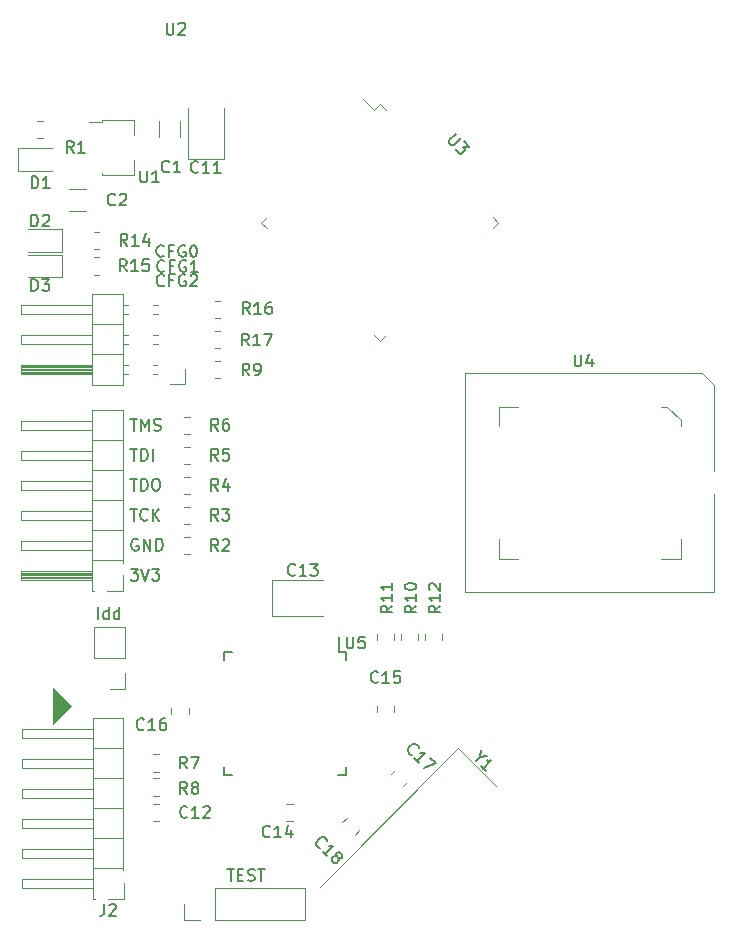
<source format=gbr>
%TF.GenerationSoftware,KiCad,Pcbnew,5.1.10-6.fc33*%
%TF.CreationDate,2021-09-12T19:05:31+02:00*%
%TF.ProjectId,xecar524,78656361-7235-4323-942e-6b696361645f,rev?*%
%TF.SameCoordinates,Original*%
%TF.FileFunction,Legend,Top*%
%TF.FilePolarity,Positive*%
%FSLAX46Y46*%
G04 Gerber Fmt 4.6, Leading zero omitted, Abs format (unit mm)*
G04 Created by KiCad (PCBNEW 5.1.10-6.fc33) date 2021-09-12 19:05:31*
%MOMM*%
%LPD*%
G01*
G04 APERTURE LIST*
%ADD10C,0.150000*%
%ADD11C,0.100000*%
%ADD12C,0.120000*%
G04 APERTURE END LIST*
D10*
X131746761Y-78652642D02*
X131699142Y-78700261D01*
X131556285Y-78747880D01*
X131461047Y-78747880D01*
X131318190Y-78700261D01*
X131222952Y-78605023D01*
X131175333Y-78509785D01*
X131127714Y-78319309D01*
X131127714Y-78176452D01*
X131175333Y-77985976D01*
X131222952Y-77890738D01*
X131318190Y-77795500D01*
X131461047Y-77747880D01*
X131556285Y-77747880D01*
X131699142Y-77795500D01*
X131746761Y-77843119D01*
X132508666Y-78224071D02*
X132175333Y-78224071D01*
X132175333Y-78747880D02*
X132175333Y-77747880D01*
X132651523Y-77747880D01*
X133556285Y-77795500D02*
X133461047Y-77747880D01*
X133318190Y-77747880D01*
X133175333Y-77795500D01*
X133080095Y-77890738D01*
X133032476Y-77985976D01*
X132984857Y-78176452D01*
X132984857Y-78319309D01*
X133032476Y-78509785D01*
X133080095Y-78605023D01*
X133175333Y-78700261D01*
X133318190Y-78747880D01*
X133413428Y-78747880D01*
X133556285Y-78700261D01*
X133603904Y-78652642D01*
X133603904Y-78319309D01*
X133413428Y-78319309D01*
X133984857Y-77843119D02*
X134032476Y-77795500D01*
X134127714Y-77747880D01*
X134365809Y-77747880D01*
X134461047Y-77795500D01*
X134508666Y-77843119D01*
X134556285Y-77938357D01*
X134556285Y-78033595D01*
X134508666Y-78176452D01*
X133937238Y-78747880D01*
X134556285Y-78747880D01*
X137088761Y-128103380D02*
X137660190Y-128103380D01*
X137374476Y-129103380D02*
X137374476Y-128103380D01*
X137993523Y-128579571D02*
X138326857Y-128579571D01*
X138469714Y-129103380D02*
X137993523Y-129103380D01*
X137993523Y-128103380D01*
X138469714Y-128103380D01*
X138850666Y-129055761D02*
X138993523Y-129103380D01*
X139231619Y-129103380D01*
X139326857Y-129055761D01*
X139374476Y-129008142D01*
X139422095Y-128912904D01*
X139422095Y-128817666D01*
X139374476Y-128722428D01*
X139326857Y-128674809D01*
X139231619Y-128627190D01*
X139041142Y-128579571D01*
X138945904Y-128531952D01*
X138898285Y-128484333D01*
X138850666Y-128389095D01*
X138850666Y-128293857D01*
X138898285Y-128198619D01*
X138945904Y-128151000D01*
X139041142Y-128103380D01*
X139279238Y-128103380D01*
X139422095Y-128151000D01*
X139707809Y-128103380D02*
X140279238Y-128103380D01*
X139993523Y-129103380D02*
X139993523Y-128103380D01*
X126158738Y-106941880D02*
X126158738Y-105941880D01*
X127063500Y-106941880D02*
X127063500Y-105941880D01*
X127063500Y-106894261D02*
X126968261Y-106941880D01*
X126777785Y-106941880D01*
X126682547Y-106894261D01*
X126634928Y-106846642D01*
X126587309Y-106751404D01*
X126587309Y-106465690D01*
X126634928Y-106370452D01*
X126682547Y-106322833D01*
X126777785Y-106275214D01*
X126968261Y-106275214D01*
X127063500Y-106322833D01*
X127968261Y-106941880D02*
X127968261Y-105941880D01*
X127968261Y-106894261D02*
X127873023Y-106941880D01*
X127682547Y-106941880D01*
X127587309Y-106894261D01*
X127539690Y-106846642D01*
X127492071Y-106751404D01*
X127492071Y-106465690D01*
X127539690Y-106370452D01*
X127587309Y-106322833D01*
X127682547Y-106275214D01*
X127873023Y-106275214D01*
X127968261Y-106322833D01*
D11*
G36*
X123825000Y-114300000D02*
G01*
X122325000Y-115800000D01*
X122325000Y-112800000D01*
X123825000Y-114300000D01*
G37*
X123825000Y-114300000D02*
X122325000Y-115800000D01*
X122325000Y-112800000D01*
X123825000Y-114300000D01*
D10*
X131780523Y-77446142D02*
X131732904Y-77493761D01*
X131590047Y-77541380D01*
X131494809Y-77541380D01*
X131351952Y-77493761D01*
X131256714Y-77398523D01*
X131209095Y-77303285D01*
X131161476Y-77112809D01*
X131161476Y-76969952D01*
X131209095Y-76779476D01*
X131256714Y-76684238D01*
X131351952Y-76589000D01*
X131494809Y-76541380D01*
X131590047Y-76541380D01*
X131732904Y-76589000D01*
X131780523Y-76636619D01*
X132542428Y-77017571D02*
X132209095Y-77017571D01*
X132209095Y-77541380D02*
X132209095Y-76541380D01*
X132685285Y-76541380D01*
X133590047Y-76589000D02*
X133494809Y-76541380D01*
X133351952Y-76541380D01*
X133209095Y-76589000D01*
X133113857Y-76684238D01*
X133066238Y-76779476D01*
X133018619Y-76969952D01*
X133018619Y-77112809D01*
X133066238Y-77303285D01*
X133113857Y-77398523D01*
X133209095Y-77493761D01*
X133351952Y-77541380D01*
X133447190Y-77541380D01*
X133590047Y-77493761D01*
X133637666Y-77446142D01*
X133637666Y-77112809D01*
X133447190Y-77112809D01*
X134590047Y-77541380D02*
X134018619Y-77541380D01*
X134304333Y-77541380D02*
X134304333Y-76541380D01*
X134209095Y-76684238D01*
X134113857Y-76779476D01*
X134018619Y-76827095D01*
X131717023Y-76176142D02*
X131669404Y-76223761D01*
X131526547Y-76271380D01*
X131431309Y-76271380D01*
X131288452Y-76223761D01*
X131193214Y-76128523D01*
X131145595Y-76033285D01*
X131097976Y-75842809D01*
X131097976Y-75699952D01*
X131145595Y-75509476D01*
X131193214Y-75414238D01*
X131288452Y-75319000D01*
X131431309Y-75271380D01*
X131526547Y-75271380D01*
X131669404Y-75319000D01*
X131717023Y-75366619D01*
X132478928Y-75747571D02*
X132145595Y-75747571D01*
X132145595Y-76271380D02*
X132145595Y-75271380D01*
X132621785Y-75271380D01*
X133526547Y-75319000D02*
X133431309Y-75271380D01*
X133288452Y-75271380D01*
X133145595Y-75319000D01*
X133050357Y-75414238D01*
X133002738Y-75509476D01*
X132955119Y-75699952D01*
X132955119Y-75842809D01*
X133002738Y-76033285D01*
X133050357Y-76128523D01*
X133145595Y-76223761D01*
X133288452Y-76271380D01*
X133383690Y-76271380D01*
X133526547Y-76223761D01*
X133574166Y-76176142D01*
X133574166Y-75842809D01*
X133383690Y-75842809D01*
X134193214Y-75271380D02*
X134288452Y-75271380D01*
X134383690Y-75319000D01*
X134431309Y-75366619D01*
X134478928Y-75461857D01*
X134526547Y-75652333D01*
X134526547Y-75890428D01*
X134478928Y-76080904D01*
X134431309Y-76176142D01*
X134383690Y-76223761D01*
X134288452Y-76271380D01*
X134193214Y-76271380D01*
X134097976Y-76223761D01*
X134050357Y-76176142D01*
X134002738Y-76080904D01*
X133955119Y-75890428D01*
X133955119Y-75652333D01*
X134002738Y-75461857D01*
X134050357Y-75366619D01*
X134097976Y-75319000D01*
X134193214Y-75271380D01*
X128879238Y-89982380D02*
X129450666Y-89982380D01*
X129164952Y-90982380D02*
X129164952Y-89982380D01*
X129784000Y-90982380D02*
X129784000Y-89982380D01*
X130117333Y-90696666D01*
X130450666Y-89982380D01*
X130450666Y-90982380D01*
X130879238Y-90934761D02*
X131022095Y-90982380D01*
X131260190Y-90982380D01*
X131355428Y-90934761D01*
X131403047Y-90887142D01*
X131450666Y-90791904D01*
X131450666Y-90696666D01*
X131403047Y-90601428D01*
X131355428Y-90553809D01*
X131260190Y-90506190D01*
X131069714Y-90458571D01*
X130974476Y-90410952D01*
X130926857Y-90363333D01*
X130879238Y-90268095D01*
X130879238Y-90172857D01*
X130926857Y-90077619D01*
X130974476Y-90030000D01*
X131069714Y-89982380D01*
X131307809Y-89982380D01*
X131450666Y-90030000D01*
X128879238Y-92512380D02*
X129450666Y-92512380D01*
X129164952Y-93512380D02*
X129164952Y-92512380D01*
X129784000Y-93512380D02*
X129784000Y-92512380D01*
X130022095Y-92512380D01*
X130164952Y-92560000D01*
X130260190Y-92655238D01*
X130307809Y-92750476D01*
X130355428Y-92940952D01*
X130355428Y-93083809D01*
X130307809Y-93274285D01*
X130260190Y-93369523D01*
X130164952Y-93464761D01*
X130022095Y-93512380D01*
X129784000Y-93512380D01*
X130784000Y-93512380D02*
X130784000Y-92512380D01*
X128879238Y-95052380D02*
X129450666Y-95052380D01*
X129164952Y-96052380D02*
X129164952Y-95052380D01*
X129784000Y-96052380D02*
X129784000Y-95052380D01*
X130022095Y-95052380D01*
X130164952Y-95100000D01*
X130260190Y-95195238D01*
X130307809Y-95290476D01*
X130355428Y-95480952D01*
X130355428Y-95623809D01*
X130307809Y-95814285D01*
X130260190Y-95909523D01*
X130164952Y-96004761D01*
X130022095Y-96052380D01*
X129784000Y-96052380D01*
X130974476Y-95052380D02*
X131164952Y-95052380D01*
X131260190Y-95100000D01*
X131355428Y-95195238D01*
X131403047Y-95385714D01*
X131403047Y-95719047D01*
X131355428Y-95909523D01*
X131260190Y-96004761D01*
X131164952Y-96052380D01*
X130974476Y-96052380D01*
X130879238Y-96004761D01*
X130784000Y-95909523D01*
X130736380Y-95719047D01*
X130736380Y-95385714D01*
X130784000Y-95195238D01*
X130879238Y-95100000D01*
X130974476Y-95052380D01*
X128879238Y-97592380D02*
X129450666Y-97592380D01*
X129164952Y-98592380D02*
X129164952Y-97592380D01*
X130355428Y-98497142D02*
X130307809Y-98544761D01*
X130164952Y-98592380D01*
X130069714Y-98592380D01*
X129926857Y-98544761D01*
X129831619Y-98449523D01*
X129784000Y-98354285D01*
X129736380Y-98163809D01*
X129736380Y-98020952D01*
X129784000Y-97830476D01*
X129831619Y-97735238D01*
X129926857Y-97640000D01*
X130069714Y-97592380D01*
X130164952Y-97592380D01*
X130307809Y-97640000D01*
X130355428Y-97687619D01*
X130784000Y-98592380D02*
X130784000Y-97592380D01*
X131355428Y-98592380D02*
X130926857Y-98020952D01*
X131355428Y-97592380D02*
X130784000Y-98163809D01*
X129545904Y-100180000D02*
X129450666Y-100132380D01*
X129307809Y-100132380D01*
X129164952Y-100180000D01*
X129069714Y-100275238D01*
X129022095Y-100370476D01*
X128974476Y-100560952D01*
X128974476Y-100703809D01*
X129022095Y-100894285D01*
X129069714Y-100989523D01*
X129164952Y-101084761D01*
X129307809Y-101132380D01*
X129403047Y-101132380D01*
X129545904Y-101084761D01*
X129593523Y-101037142D01*
X129593523Y-100703809D01*
X129403047Y-100703809D01*
X130022095Y-101132380D02*
X130022095Y-100132380D01*
X130593523Y-101132380D01*
X130593523Y-100132380D01*
X131069714Y-101132380D02*
X131069714Y-100132380D01*
X131307809Y-100132380D01*
X131450666Y-100180000D01*
X131545904Y-100275238D01*
X131593523Y-100370476D01*
X131641142Y-100560952D01*
X131641142Y-100703809D01*
X131593523Y-100894285D01*
X131545904Y-100989523D01*
X131450666Y-101084761D01*
X131307809Y-101132380D01*
X131069714Y-101132380D01*
X128926857Y-102672380D02*
X129545904Y-102672380D01*
X129212571Y-103053333D01*
X129355428Y-103053333D01*
X129450666Y-103100952D01*
X129498285Y-103148571D01*
X129545904Y-103243809D01*
X129545904Y-103481904D01*
X129498285Y-103577142D01*
X129450666Y-103624761D01*
X129355428Y-103672380D01*
X129069714Y-103672380D01*
X128974476Y-103624761D01*
X128926857Y-103577142D01*
X129831619Y-102672380D02*
X130164952Y-103672380D01*
X130498285Y-102672380D01*
X130736380Y-102672380D02*
X131355428Y-102672380D01*
X131022095Y-103053333D01*
X131164952Y-103053333D01*
X131260190Y-103100952D01*
X131307809Y-103148571D01*
X131355428Y-103243809D01*
X131355428Y-103481904D01*
X131307809Y-103577142D01*
X131260190Y-103624761D01*
X131164952Y-103672380D01*
X130879238Y-103672380D01*
X130784000Y-103624761D01*
X130736380Y-103577142D01*
D12*
%TO.C,R12*%
X153824000Y-108214936D02*
X153824000Y-108669064D01*
X155294000Y-108214936D02*
X155294000Y-108669064D01*
%TO.C,R11*%
X149760000Y-108214936D02*
X149760000Y-108669064D01*
X151230000Y-108214936D02*
X151230000Y-108669064D01*
%TO.C,R10*%
X151792000Y-108214936D02*
X151792000Y-108669064D01*
X153262000Y-108214936D02*
X153262000Y-108669064D01*
%TO.C,J4*%
X133417000Y-132394000D02*
X133417000Y-131064000D01*
X134747000Y-132394000D02*
X133417000Y-132394000D01*
X136017000Y-132394000D02*
X136017000Y-129734000D01*
X136017000Y-129734000D02*
X143697000Y-129734000D01*
X136017000Y-132394000D02*
X143697000Y-132394000D01*
X143697000Y-132394000D02*
X143697000Y-129734000D01*
D10*
%TO.C,U5*%
X146586000Y-109760000D02*
X146586000Y-108485000D01*
X147161000Y-120110000D02*
X147161000Y-119435000D01*
X136811000Y-120110000D02*
X136811000Y-119435000D01*
X136811000Y-109760000D02*
X136811000Y-110435000D01*
X147161000Y-109760000D02*
X147161000Y-110435000D01*
X136811000Y-109760000D02*
X137486000Y-109760000D01*
X136811000Y-120110000D02*
X137486000Y-120110000D01*
X147161000Y-120110000D02*
X146486000Y-120110000D01*
X147161000Y-109760000D02*
X146586000Y-109760000D01*
D12*
%TO.C,R9*%
X136027936Y-86523500D02*
X136482064Y-86523500D01*
X136027936Y-85053500D02*
X136482064Y-85053500D01*
%TO.C,J3*%
X133540500Y-87058500D02*
X132270500Y-87058500D01*
X133540500Y-85788500D02*
X133540500Y-87058500D01*
X131227571Y-80328500D02*
X130773429Y-80328500D01*
X131227571Y-81088500D02*
X130773429Y-81088500D01*
X128687571Y-80328500D02*
X128290500Y-80328500D01*
X128687571Y-81088500D02*
X128290500Y-81088500D01*
X119630500Y-80328500D02*
X125630500Y-80328500D01*
X119630500Y-81088500D02*
X119630500Y-80328500D01*
X125630500Y-81088500D02*
X119630500Y-81088500D01*
X128290500Y-81978500D02*
X125630500Y-81978500D01*
X131227571Y-82868500D02*
X130773429Y-82868500D01*
X131227571Y-83628500D02*
X130773429Y-83628500D01*
X128687571Y-82868500D02*
X128290500Y-82868500D01*
X128687571Y-83628500D02*
X128290500Y-83628500D01*
X119630500Y-82868500D02*
X125630500Y-82868500D01*
X119630500Y-83628500D02*
X119630500Y-82868500D01*
X125630500Y-83628500D02*
X119630500Y-83628500D01*
X128290500Y-84518500D02*
X125630500Y-84518500D01*
X131160500Y-85408500D02*
X130773429Y-85408500D01*
X131160500Y-86168500D02*
X130773429Y-86168500D01*
X128687571Y-85408500D02*
X128290500Y-85408500D01*
X128687571Y-86168500D02*
X128290500Y-86168500D01*
X125630500Y-85508500D02*
X119630500Y-85508500D01*
X125630500Y-85628500D02*
X119630500Y-85628500D01*
X125630500Y-85748500D02*
X119630500Y-85748500D01*
X125630500Y-85868500D02*
X119630500Y-85868500D01*
X125630500Y-85988500D02*
X119630500Y-85988500D01*
X125630500Y-86108500D02*
X119630500Y-86108500D01*
X119630500Y-85408500D02*
X125630500Y-85408500D01*
X119630500Y-86168500D02*
X119630500Y-85408500D01*
X125630500Y-86168500D02*
X119630500Y-86168500D01*
X125630500Y-87118500D02*
X128290500Y-87118500D01*
X125630500Y-79378500D02*
X125630500Y-87118500D01*
X128290500Y-79378500D02*
X125630500Y-79378500D01*
X128290500Y-87118500D02*
X128290500Y-79378500D01*
%TO.C,JP1*%
X128457000Y-112836000D02*
X127127000Y-112836000D01*
X128457000Y-111506000D02*
X128457000Y-112836000D01*
X128457000Y-110236000D02*
X125797000Y-110236000D01*
X125797000Y-110236000D02*
X125797000Y-107636000D01*
X128457000Y-110236000D02*
X128457000Y-107636000D01*
X128457000Y-107636000D02*
X125797000Y-107636000D01*
%TO.C,J2*%
X125690000Y-116206000D02*
X119690000Y-116206000D01*
X125690000Y-116966000D02*
X119690000Y-116966000D01*
X119690000Y-116966000D02*
X119690000Y-116206000D01*
X128310000Y-115276000D02*
X125690000Y-115276000D01*
X125690000Y-117856000D02*
X125690000Y-115276000D01*
X128310000Y-117856000D02*
X128310000Y-115276000D01*
X125690000Y-118746000D02*
X119690000Y-118746000D01*
X125690000Y-119506000D02*
X119690000Y-119506000D01*
X119690000Y-119506000D02*
X119690000Y-118746000D01*
X128310000Y-117856000D02*
X125690000Y-117856000D01*
X125690000Y-120396000D02*
X125690000Y-117856000D01*
X128310000Y-120396000D02*
X128310000Y-117856000D01*
X125690000Y-121286000D02*
X119690000Y-121286000D01*
X125690000Y-122046000D02*
X119690000Y-122046000D01*
X119690000Y-122046000D02*
X119690000Y-121286000D01*
X128310000Y-120396000D02*
X125690000Y-120396000D01*
X125690000Y-122936000D02*
X125690000Y-120396000D01*
X128310000Y-122936000D02*
X128310000Y-120396000D01*
X125690000Y-123826000D02*
X119690000Y-123826000D01*
X125690000Y-124586000D02*
X119690000Y-124586000D01*
X119690000Y-124586000D02*
X119690000Y-123826000D01*
X128310000Y-122936000D02*
X125690000Y-122936000D01*
X125690000Y-125476000D02*
X125690000Y-122936000D01*
X128310000Y-125476000D02*
X128310000Y-122936000D01*
X125690000Y-126366000D02*
X119690000Y-126366000D01*
X125690000Y-127126000D02*
X119690000Y-127126000D01*
X119690000Y-127126000D02*
X119690000Y-126366000D01*
X128310000Y-125476000D02*
X125690000Y-125476000D01*
X125690000Y-128016000D02*
X125690000Y-125476000D01*
X128310000Y-128016000D02*
X128310000Y-125476000D01*
X125690000Y-128946000D02*
X119690000Y-128946000D01*
X125690000Y-128906000D02*
X119690000Y-128906000D01*
X125690000Y-129666000D02*
X119690000Y-129666000D01*
X119690000Y-129666000D02*
X119690000Y-128906000D01*
X128310000Y-128016000D02*
X125690000Y-128016000D01*
X128370000Y-130656000D02*
X127000000Y-130656000D01*
X125890000Y-130596000D02*
X125690000Y-130596000D01*
X125690000Y-130596000D02*
X125690000Y-128016000D01*
X128370000Y-130656000D02*
X128370000Y-129286000D01*
X128310000Y-128016000D02*
X128310000Y-128216000D01*
%TO.C,U4*%
X178285000Y-94377000D02*
X178285000Y-87137000D01*
X178285000Y-87137000D02*
X177285000Y-86137000D01*
X177285000Y-86137000D02*
X157265000Y-86137000D01*
X157265000Y-86137000D02*
X157265000Y-104617000D01*
X157265000Y-104617000D02*
X178285000Y-104617000D01*
X178285000Y-104617000D02*
X178285000Y-96377000D01*
D11*
X175480000Y-90592000D02*
X175480000Y-90092000D01*
X175480000Y-90092000D02*
X174330000Y-88942000D01*
X174330000Y-88942000D02*
X173830000Y-88942000D01*
X175480000Y-100162000D02*
X175480000Y-101812000D01*
X175480000Y-101812000D02*
X173830000Y-101812000D01*
X160070000Y-90592000D02*
X160070000Y-88942000D01*
X160070000Y-88942000D02*
X161720000Y-88942000D01*
X160070000Y-100162000D02*
X160070000Y-101812000D01*
X160070000Y-101812000D02*
X161720000Y-101812000D01*
D12*
%TO.C,Y1*%
X156662440Y-117873467D02*
X144924467Y-129611440D01*
X159875533Y-121086560D02*
X156662440Y-117873467D01*
%TO.C,R8*%
X130820936Y-120423000D02*
X131275064Y-120423000D01*
X130820936Y-121893000D02*
X131275064Y-121893000D01*
%TO.C,R7*%
X130820936Y-118391000D02*
X131275064Y-118391000D01*
X130820936Y-119861000D02*
X131275064Y-119861000D01*
%TO.C,C18*%
X146841166Y-124153387D02*
X147210633Y-123783920D01*
X147880613Y-125192834D02*
X148250080Y-124823367D01*
%TO.C,C17*%
X152342457Y-120730990D02*
X151972990Y-121100457D01*
X151303010Y-119691543D02*
X150933543Y-120061010D01*
%TO.C,C16*%
X132361000Y-114942252D02*
X132361000Y-114419748D01*
X133831000Y-114942252D02*
X133831000Y-114419748D01*
%TO.C,C15*%
X151230000Y-114292748D02*
X151230000Y-114815252D01*
X149760000Y-114292748D02*
X149760000Y-114815252D01*
%TO.C,C14*%
X142105748Y-122582000D02*
X142628252Y-122582000D01*
X142105748Y-124052000D02*
X142628252Y-124052000D01*
%TO.C,C13*%
X145234000Y-103646000D02*
X140849000Y-103646000D01*
X140849000Y-103646000D02*
X140849000Y-106666000D01*
X140849000Y-106666000D02*
X145234000Y-106666000D01*
%TO.C,C12*%
X131309252Y-124052000D02*
X130786748Y-124052000D01*
X131309252Y-122582000D02*
X130786748Y-122582000D01*
%TO.C,R17*%
X136027936Y-82513500D02*
X136482064Y-82513500D01*
X136027936Y-83983500D02*
X136482064Y-83983500D01*
%TO.C,R16*%
X136482064Y-81443500D02*
X136027936Y-81443500D01*
X136482064Y-79973500D02*
X136027936Y-79973500D01*
%TO.C,R15*%
X126227064Y-76308000D02*
X125772936Y-76308000D01*
X126227064Y-77778000D02*
X125772936Y-77778000D01*
%TO.C,R14*%
X126227064Y-74149000D02*
X125772936Y-74149000D01*
X126227064Y-75619000D02*
X125772936Y-75619000D01*
%TO.C,D3*%
X123110000Y-76083000D02*
X120250000Y-76083000D01*
X123110000Y-78003000D02*
X123110000Y-76083000D01*
X120250000Y-78003000D02*
X123110000Y-78003000D01*
%TO.C,D2*%
X123110000Y-73924000D02*
X120250000Y-73924000D01*
X123110000Y-75844000D02*
X123110000Y-73924000D01*
X120250000Y-75844000D02*
X123110000Y-75844000D01*
%TO.C,C11*%
X136778000Y-68020000D02*
X136778000Y-63635000D01*
X133758000Y-68020000D02*
X136778000Y-68020000D01*
X133758000Y-63635000D02*
X133758000Y-68020000D01*
%TO.C,R6*%
X133913564Y-91255000D02*
X133459436Y-91255000D01*
X133913564Y-89785000D02*
X133459436Y-89785000D01*
%TO.C,R5*%
X133913564Y-93795000D02*
X133459436Y-93795000D01*
X133913564Y-92325000D02*
X133459436Y-92325000D01*
%TO.C,R4*%
X133913564Y-96335000D02*
X133459436Y-96335000D01*
X133913564Y-94865000D02*
X133459436Y-94865000D01*
%TO.C,R3*%
X133913564Y-98875000D02*
X133459436Y-98875000D01*
X133913564Y-97405000D02*
X133459436Y-97405000D01*
%TO.C,R2*%
X133913564Y-101446000D02*
X133459436Y-101446000D01*
X133913564Y-99976000D02*
X133459436Y-99976000D01*
%TO.C,J1*%
X125626500Y-90140000D02*
X119626500Y-90140000D01*
X125626500Y-90900000D02*
X119626500Y-90900000D01*
X119626500Y-90900000D02*
X119626500Y-90140000D01*
X128246500Y-89210000D02*
X125626500Y-89210000D01*
X125626500Y-91790000D02*
X125626500Y-89210000D01*
X128246500Y-91790000D02*
X128246500Y-89210000D01*
X125626500Y-92680000D02*
X119626500Y-92680000D01*
X125626500Y-93440000D02*
X119626500Y-93440000D01*
X119626500Y-93440000D02*
X119626500Y-92680000D01*
X128246500Y-91790000D02*
X125626500Y-91790000D01*
X125626500Y-94330000D02*
X125626500Y-91790000D01*
X128246500Y-94330000D02*
X128246500Y-91790000D01*
X125626500Y-95220000D02*
X119626500Y-95220000D01*
X125626500Y-95980000D02*
X119626500Y-95980000D01*
X119626500Y-95980000D02*
X119626500Y-95220000D01*
X128246500Y-94330000D02*
X125626500Y-94330000D01*
X125626500Y-96870000D02*
X125626500Y-94330000D01*
X128246500Y-96870000D02*
X128246500Y-94330000D01*
X125626500Y-97760000D02*
X119626500Y-97760000D01*
X125626500Y-98520000D02*
X119626500Y-98520000D01*
X119626500Y-98520000D02*
X119626500Y-97760000D01*
X128246500Y-96870000D02*
X125626500Y-96870000D01*
X125626500Y-99410000D02*
X125626500Y-96870000D01*
X128246500Y-99410000D02*
X128246500Y-96870000D01*
X125626500Y-100300000D02*
X119626500Y-100300000D01*
X125626500Y-101060000D02*
X119626500Y-101060000D01*
X119626500Y-101060000D02*
X119626500Y-100300000D01*
X128246500Y-99410000D02*
X125626500Y-99410000D01*
X125626500Y-101950000D02*
X125626500Y-99410000D01*
X128246500Y-101950000D02*
X128246500Y-99410000D01*
X125626500Y-102880000D02*
X119626500Y-102880000D01*
X125626500Y-103000000D02*
X119626500Y-103000000D01*
X125626500Y-103120000D02*
X119626500Y-103120000D01*
X125626500Y-103240000D02*
X119626500Y-103240000D01*
X125626500Y-103360000D02*
X119626500Y-103360000D01*
X125626500Y-103480000D02*
X119626500Y-103480000D01*
X125626500Y-102840000D02*
X119626500Y-102840000D01*
X125626500Y-103600000D02*
X119626500Y-103600000D01*
X119626500Y-103600000D02*
X119626500Y-102840000D01*
X128246500Y-101950000D02*
X125626500Y-101950000D01*
X128306500Y-104590000D02*
X126936500Y-104590000D01*
X125826500Y-104530000D02*
X125626500Y-104530000D01*
X125626500Y-104530000D02*
X125626500Y-101950000D01*
X128306500Y-104590000D02*
X128306500Y-103220000D01*
X128246500Y-101950000D02*
X128246500Y-102150000D01*
%TO.C,U3*%
X149505025Y-82920084D02*
X150000000Y-83415058D01*
X150000000Y-83415058D02*
X150494975Y-82920084D01*
X140439916Y-73854975D02*
X139944942Y-73360000D01*
X139944942Y-73360000D02*
X140439916Y-72865025D01*
X159560084Y-72865025D02*
X160055058Y-73360000D01*
X160055058Y-73360000D02*
X159560084Y-73854975D01*
X150494975Y-63799916D02*
X150000000Y-63304942D01*
X150000000Y-63304942D02*
X149505025Y-63799916D01*
X149505025Y-63799916D02*
X148592858Y-62887749D01*
%TO.C,C1*%
X131310000Y-66148752D02*
X131310000Y-64726248D01*
X133130000Y-66148752D02*
X133130000Y-64726248D01*
%TO.C,C2*%
X125148752Y-70545000D02*
X123726248Y-70545000D01*
X125148752Y-72365000D02*
X123726248Y-72365000D01*
%TO.C,U1*%
X129222500Y-68050000D02*
X129222500Y-69360000D01*
X129222500Y-69360000D02*
X126502500Y-69360000D01*
X125362500Y-64870000D02*
X126502500Y-64870000D01*
X129222500Y-64640000D02*
X129222500Y-65950000D01*
X126502500Y-64640000D02*
X129222500Y-64640000D01*
X126502500Y-64640000D02*
X126502500Y-64870000D01*
X126502500Y-69360000D02*
X126502500Y-69130000D01*
%TO.C,D1*%
X122250000Y-67040000D02*
X119390000Y-67040000D01*
X119390000Y-67040000D02*
X119390000Y-68960000D01*
X119390000Y-68960000D02*
X122250000Y-68960000D01*
%TO.C,R1*%
X121022936Y-64765000D02*
X121477064Y-64765000D01*
X121022936Y-66235000D02*
X121477064Y-66235000D01*
%TO.C,R12*%
D10*
X155138380Y-105798857D02*
X154662190Y-106132190D01*
X155138380Y-106370285D02*
X154138380Y-106370285D01*
X154138380Y-105989333D01*
X154186000Y-105894095D01*
X154233619Y-105846476D01*
X154328857Y-105798857D01*
X154471714Y-105798857D01*
X154566952Y-105846476D01*
X154614571Y-105894095D01*
X154662190Y-105989333D01*
X154662190Y-106370285D01*
X155138380Y-104846476D02*
X155138380Y-105417904D01*
X155138380Y-105132190D02*
X154138380Y-105132190D01*
X154281238Y-105227428D01*
X154376476Y-105322666D01*
X154424095Y-105417904D01*
X154233619Y-104465523D02*
X154186000Y-104417904D01*
X154138380Y-104322666D01*
X154138380Y-104084571D01*
X154186000Y-103989333D01*
X154233619Y-103941714D01*
X154328857Y-103894095D01*
X154424095Y-103894095D01*
X154566952Y-103941714D01*
X155138380Y-104513142D01*
X155138380Y-103894095D01*
%TO.C,R11*%
X151074380Y-105798857D02*
X150598190Y-106132190D01*
X151074380Y-106370285D02*
X150074380Y-106370285D01*
X150074380Y-105989333D01*
X150122000Y-105894095D01*
X150169619Y-105846476D01*
X150264857Y-105798857D01*
X150407714Y-105798857D01*
X150502952Y-105846476D01*
X150550571Y-105894095D01*
X150598190Y-105989333D01*
X150598190Y-106370285D01*
X151074380Y-104846476D02*
X151074380Y-105417904D01*
X151074380Y-105132190D02*
X150074380Y-105132190D01*
X150217238Y-105227428D01*
X150312476Y-105322666D01*
X150360095Y-105417904D01*
X151074380Y-103894095D02*
X151074380Y-104465523D01*
X151074380Y-104179809D02*
X150074380Y-104179809D01*
X150217238Y-104275047D01*
X150312476Y-104370285D01*
X150360095Y-104465523D01*
%TO.C,R10*%
X153106380Y-105798857D02*
X152630190Y-106132190D01*
X153106380Y-106370285D02*
X152106380Y-106370285D01*
X152106380Y-105989333D01*
X152154000Y-105894095D01*
X152201619Y-105846476D01*
X152296857Y-105798857D01*
X152439714Y-105798857D01*
X152534952Y-105846476D01*
X152582571Y-105894095D01*
X152630190Y-105989333D01*
X152630190Y-106370285D01*
X153106380Y-104846476D02*
X153106380Y-105417904D01*
X153106380Y-105132190D02*
X152106380Y-105132190D01*
X152249238Y-105227428D01*
X152344476Y-105322666D01*
X152392095Y-105417904D01*
X152106380Y-104227428D02*
X152106380Y-104132190D01*
X152154000Y-104036952D01*
X152201619Y-103989333D01*
X152296857Y-103941714D01*
X152487333Y-103894095D01*
X152725428Y-103894095D01*
X152915904Y-103941714D01*
X153011142Y-103989333D01*
X153058761Y-104036952D01*
X153106380Y-104132190D01*
X153106380Y-104227428D01*
X153058761Y-104322666D01*
X153011142Y-104370285D01*
X152915904Y-104417904D01*
X152725428Y-104465523D01*
X152487333Y-104465523D01*
X152296857Y-104417904D01*
X152201619Y-104370285D01*
X152154000Y-104322666D01*
X152106380Y-104227428D01*
%TO.C,U5*%
X147193095Y-108418380D02*
X147193095Y-109227904D01*
X147240714Y-109323142D01*
X147288333Y-109370761D01*
X147383571Y-109418380D01*
X147574047Y-109418380D01*
X147669285Y-109370761D01*
X147716904Y-109323142D01*
X147764523Y-109227904D01*
X147764523Y-108418380D01*
X148716904Y-108418380D02*
X148240714Y-108418380D01*
X148193095Y-108894571D01*
X148240714Y-108846952D01*
X148335952Y-108799333D01*
X148574047Y-108799333D01*
X148669285Y-108846952D01*
X148716904Y-108894571D01*
X148764523Y-108989809D01*
X148764523Y-109227904D01*
X148716904Y-109323142D01*
X148669285Y-109370761D01*
X148574047Y-109418380D01*
X148335952Y-109418380D01*
X148240714Y-109370761D01*
X148193095Y-109323142D01*
%TO.C,R9*%
X138961833Y-86304380D02*
X138628500Y-85828190D01*
X138390404Y-86304380D02*
X138390404Y-85304380D01*
X138771357Y-85304380D01*
X138866595Y-85352000D01*
X138914214Y-85399619D01*
X138961833Y-85494857D01*
X138961833Y-85637714D01*
X138914214Y-85732952D01*
X138866595Y-85780571D01*
X138771357Y-85828190D01*
X138390404Y-85828190D01*
X139438023Y-86304380D02*
X139628500Y-86304380D01*
X139723738Y-86256761D01*
X139771357Y-86209142D01*
X139866595Y-86066285D01*
X139914214Y-85875809D01*
X139914214Y-85494857D01*
X139866595Y-85399619D01*
X139818976Y-85352000D01*
X139723738Y-85304380D01*
X139533261Y-85304380D01*
X139438023Y-85352000D01*
X139390404Y-85399619D01*
X139342785Y-85494857D01*
X139342785Y-85732952D01*
X139390404Y-85828190D01*
X139438023Y-85875809D01*
X139533261Y-85923428D01*
X139723738Y-85923428D01*
X139818976Y-85875809D01*
X139866595Y-85828190D01*
X139914214Y-85732952D01*
%TO.C,J2*%
X126666666Y-131068380D02*
X126666666Y-131782666D01*
X126619047Y-131925523D01*
X126523809Y-132020761D01*
X126380952Y-132068380D01*
X126285714Y-132068380D01*
X127095238Y-131163619D02*
X127142857Y-131116000D01*
X127238095Y-131068380D01*
X127476190Y-131068380D01*
X127571428Y-131116000D01*
X127619047Y-131163619D01*
X127666666Y-131258857D01*
X127666666Y-131354095D01*
X127619047Y-131496952D01*
X127047619Y-132068380D01*
X127666666Y-132068380D01*
%TO.C,U4*%
X166505095Y-84542380D02*
X166505095Y-85351904D01*
X166552714Y-85447142D01*
X166600333Y-85494761D01*
X166695571Y-85542380D01*
X166886047Y-85542380D01*
X166981285Y-85494761D01*
X167028904Y-85447142D01*
X167076523Y-85351904D01*
X167076523Y-84542380D01*
X167981285Y-84875714D02*
X167981285Y-85542380D01*
X167743190Y-84494761D02*
X167505095Y-85209047D01*
X168124142Y-85209047D01*
%TO.C,Y1*%
X158456100Y-118619464D02*
X158119382Y-118956182D01*
X158590787Y-118013373D02*
X158456100Y-118619464D01*
X159062191Y-118484777D01*
X158961176Y-119797975D02*
X158557115Y-119393914D01*
X158759146Y-119595945D02*
X159466252Y-118888838D01*
X159297894Y-118922510D01*
X159163207Y-118922510D01*
X159062191Y-118888838D01*
%TO.C,R8*%
X133691333Y-121737380D02*
X133358000Y-121261190D01*
X133119904Y-121737380D02*
X133119904Y-120737380D01*
X133500857Y-120737380D01*
X133596095Y-120785000D01*
X133643714Y-120832619D01*
X133691333Y-120927857D01*
X133691333Y-121070714D01*
X133643714Y-121165952D01*
X133596095Y-121213571D01*
X133500857Y-121261190D01*
X133119904Y-121261190D01*
X134262761Y-121165952D02*
X134167523Y-121118333D01*
X134119904Y-121070714D01*
X134072285Y-120975476D01*
X134072285Y-120927857D01*
X134119904Y-120832619D01*
X134167523Y-120785000D01*
X134262761Y-120737380D01*
X134453238Y-120737380D01*
X134548476Y-120785000D01*
X134596095Y-120832619D01*
X134643714Y-120927857D01*
X134643714Y-120975476D01*
X134596095Y-121070714D01*
X134548476Y-121118333D01*
X134453238Y-121165952D01*
X134262761Y-121165952D01*
X134167523Y-121213571D01*
X134119904Y-121261190D01*
X134072285Y-121356428D01*
X134072285Y-121546904D01*
X134119904Y-121642142D01*
X134167523Y-121689761D01*
X134262761Y-121737380D01*
X134453238Y-121737380D01*
X134548476Y-121689761D01*
X134596095Y-121642142D01*
X134643714Y-121546904D01*
X134643714Y-121356428D01*
X134596095Y-121261190D01*
X134548476Y-121213571D01*
X134453238Y-121165952D01*
%TO.C,R7*%
X133691333Y-119578380D02*
X133358000Y-119102190D01*
X133119904Y-119578380D02*
X133119904Y-118578380D01*
X133500857Y-118578380D01*
X133596095Y-118626000D01*
X133643714Y-118673619D01*
X133691333Y-118768857D01*
X133691333Y-118911714D01*
X133643714Y-119006952D01*
X133596095Y-119054571D01*
X133500857Y-119102190D01*
X133119904Y-119102190D01*
X134024666Y-118578380D02*
X134691333Y-118578380D01*
X134262761Y-119578380D01*
%TO.C,C18*%
X144961893Y-126289969D02*
X144894549Y-126289969D01*
X144759862Y-126222625D01*
X144692519Y-126155282D01*
X144625175Y-126020595D01*
X144625175Y-125885908D01*
X144658847Y-125784893D01*
X144759862Y-125616534D01*
X144860877Y-125515519D01*
X145029236Y-125414503D01*
X145130251Y-125380832D01*
X145264938Y-125380832D01*
X145399625Y-125448175D01*
X145466969Y-125515519D01*
X145534312Y-125650206D01*
X145534312Y-125717549D01*
X145567984Y-127030748D02*
X145163923Y-126626687D01*
X145365954Y-126828717D02*
X146073061Y-126121610D01*
X145904702Y-126155282D01*
X145770015Y-126155282D01*
X145669000Y-126121610D01*
X146376106Y-127030748D02*
X146342435Y-126929732D01*
X146342435Y-126862389D01*
X146376106Y-126761374D01*
X146409778Y-126727702D01*
X146510793Y-126694030D01*
X146578137Y-126694030D01*
X146679152Y-126727702D01*
X146813839Y-126862389D01*
X146847511Y-126963404D01*
X146847511Y-127030748D01*
X146813839Y-127131763D01*
X146780167Y-127165435D01*
X146679152Y-127199106D01*
X146611809Y-127199106D01*
X146510793Y-127165435D01*
X146376106Y-127030748D01*
X146275091Y-126997076D01*
X146207748Y-126997076D01*
X146106732Y-127030748D01*
X145972045Y-127165435D01*
X145938374Y-127266450D01*
X145938374Y-127333793D01*
X145972045Y-127434809D01*
X146106732Y-127569496D01*
X146207748Y-127603167D01*
X146275091Y-127603167D01*
X146376106Y-127569496D01*
X146510793Y-127434809D01*
X146544465Y-127333793D01*
X146544465Y-127266450D01*
X146510793Y-127165435D01*
%TO.C,C17*%
X152726944Y-118397918D02*
X152659600Y-118397918D01*
X152524913Y-118330574D01*
X152457570Y-118263231D01*
X152390226Y-118128544D01*
X152390226Y-117993857D01*
X152423898Y-117892842D01*
X152524913Y-117724483D01*
X152625928Y-117623468D01*
X152794287Y-117522452D01*
X152895302Y-117488781D01*
X153029989Y-117488781D01*
X153164676Y-117556124D01*
X153232020Y-117623468D01*
X153299363Y-117758155D01*
X153299363Y-117825498D01*
X153333035Y-119138697D02*
X152928974Y-118734636D01*
X153131005Y-118936666D02*
X153838112Y-118229559D01*
X153669753Y-118263231D01*
X153535066Y-118263231D01*
X153434051Y-118229559D01*
X154275844Y-118667292D02*
X154747249Y-119138697D01*
X153737096Y-119542758D01*
%TO.C,C16*%
X130040142Y-116244642D02*
X129992523Y-116292261D01*
X129849666Y-116339880D01*
X129754428Y-116339880D01*
X129611571Y-116292261D01*
X129516333Y-116197023D01*
X129468714Y-116101785D01*
X129421095Y-115911309D01*
X129421095Y-115768452D01*
X129468714Y-115577976D01*
X129516333Y-115482738D01*
X129611571Y-115387500D01*
X129754428Y-115339880D01*
X129849666Y-115339880D01*
X129992523Y-115387500D01*
X130040142Y-115435119D01*
X130992523Y-116339880D02*
X130421095Y-116339880D01*
X130706809Y-116339880D02*
X130706809Y-115339880D01*
X130611571Y-115482738D01*
X130516333Y-115577976D01*
X130421095Y-115625595D01*
X131849666Y-115339880D02*
X131659190Y-115339880D01*
X131563952Y-115387500D01*
X131516333Y-115435119D01*
X131421095Y-115577976D01*
X131373476Y-115768452D01*
X131373476Y-116149404D01*
X131421095Y-116244642D01*
X131468714Y-116292261D01*
X131563952Y-116339880D01*
X131754428Y-116339880D01*
X131849666Y-116292261D01*
X131897285Y-116244642D01*
X131944904Y-116149404D01*
X131944904Y-115911309D01*
X131897285Y-115816071D01*
X131849666Y-115768452D01*
X131754428Y-115720833D01*
X131563952Y-115720833D01*
X131468714Y-115768452D01*
X131421095Y-115816071D01*
X131373476Y-115911309D01*
%TO.C,C15*%
X149852142Y-112244142D02*
X149804523Y-112291761D01*
X149661666Y-112339380D01*
X149566428Y-112339380D01*
X149423571Y-112291761D01*
X149328333Y-112196523D01*
X149280714Y-112101285D01*
X149233095Y-111910809D01*
X149233095Y-111767952D01*
X149280714Y-111577476D01*
X149328333Y-111482238D01*
X149423571Y-111387000D01*
X149566428Y-111339380D01*
X149661666Y-111339380D01*
X149804523Y-111387000D01*
X149852142Y-111434619D01*
X150804523Y-112339380D02*
X150233095Y-112339380D01*
X150518809Y-112339380D02*
X150518809Y-111339380D01*
X150423571Y-111482238D01*
X150328333Y-111577476D01*
X150233095Y-111625095D01*
X151709285Y-111339380D02*
X151233095Y-111339380D01*
X151185476Y-111815571D01*
X151233095Y-111767952D01*
X151328333Y-111720333D01*
X151566428Y-111720333D01*
X151661666Y-111767952D01*
X151709285Y-111815571D01*
X151756904Y-111910809D01*
X151756904Y-112148904D01*
X151709285Y-112244142D01*
X151661666Y-112291761D01*
X151566428Y-112339380D01*
X151328333Y-112339380D01*
X151233095Y-112291761D01*
X151185476Y-112244142D01*
%TO.C,C14*%
X140708142Y-125325142D02*
X140660523Y-125372761D01*
X140517666Y-125420380D01*
X140422428Y-125420380D01*
X140279571Y-125372761D01*
X140184333Y-125277523D01*
X140136714Y-125182285D01*
X140089095Y-124991809D01*
X140089095Y-124848952D01*
X140136714Y-124658476D01*
X140184333Y-124563238D01*
X140279571Y-124468000D01*
X140422428Y-124420380D01*
X140517666Y-124420380D01*
X140660523Y-124468000D01*
X140708142Y-124515619D01*
X141660523Y-125420380D02*
X141089095Y-125420380D01*
X141374809Y-125420380D02*
X141374809Y-124420380D01*
X141279571Y-124563238D01*
X141184333Y-124658476D01*
X141089095Y-124706095D01*
X142517666Y-124753714D02*
X142517666Y-125420380D01*
X142279571Y-124372761D02*
X142041476Y-125087047D01*
X142660523Y-125087047D01*
%TO.C,C13*%
X142841142Y-103163142D02*
X142793523Y-103210761D01*
X142650666Y-103258380D01*
X142555428Y-103258380D01*
X142412571Y-103210761D01*
X142317333Y-103115523D01*
X142269714Y-103020285D01*
X142222095Y-102829809D01*
X142222095Y-102686952D01*
X142269714Y-102496476D01*
X142317333Y-102401238D01*
X142412571Y-102306000D01*
X142555428Y-102258380D01*
X142650666Y-102258380D01*
X142793523Y-102306000D01*
X142841142Y-102353619D01*
X143793523Y-103258380D02*
X143222095Y-103258380D01*
X143507809Y-103258380D02*
X143507809Y-102258380D01*
X143412571Y-102401238D01*
X143317333Y-102496476D01*
X143222095Y-102544095D01*
X144126857Y-102258380D02*
X144745904Y-102258380D01*
X144412571Y-102639333D01*
X144555428Y-102639333D01*
X144650666Y-102686952D01*
X144698285Y-102734571D01*
X144745904Y-102829809D01*
X144745904Y-103067904D01*
X144698285Y-103163142D01*
X144650666Y-103210761D01*
X144555428Y-103258380D01*
X144269714Y-103258380D01*
X144174476Y-103210761D01*
X144126857Y-103163142D01*
%TO.C,C12*%
X133728642Y-123674142D02*
X133681023Y-123721761D01*
X133538166Y-123769380D01*
X133442928Y-123769380D01*
X133300071Y-123721761D01*
X133204833Y-123626523D01*
X133157214Y-123531285D01*
X133109595Y-123340809D01*
X133109595Y-123197952D01*
X133157214Y-123007476D01*
X133204833Y-122912238D01*
X133300071Y-122817000D01*
X133442928Y-122769380D01*
X133538166Y-122769380D01*
X133681023Y-122817000D01*
X133728642Y-122864619D01*
X134681023Y-123769380D02*
X134109595Y-123769380D01*
X134395309Y-123769380D02*
X134395309Y-122769380D01*
X134300071Y-122912238D01*
X134204833Y-123007476D01*
X134109595Y-123055095D01*
X135061976Y-122864619D02*
X135109595Y-122817000D01*
X135204833Y-122769380D01*
X135442928Y-122769380D01*
X135538166Y-122817000D01*
X135585785Y-122864619D01*
X135633404Y-122959857D01*
X135633404Y-123055095D01*
X135585785Y-123197952D01*
X135014357Y-123769380D01*
X135633404Y-123769380D01*
%TO.C,R17*%
X138930142Y-83764380D02*
X138596809Y-83288190D01*
X138358714Y-83764380D02*
X138358714Y-82764380D01*
X138739666Y-82764380D01*
X138834904Y-82812000D01*
X138882523Y-82859619D01*
X138930142Y-82954857D01*
X138930142Y-83097714D01*
X138882523Y-83192952D01*
X138834904Y-83240571D01*
X138739666Y-83288190D01*
X138358714Y-83288190D01*
X139882523Y-83764380D02*
X139311095Y-83764380D01*
X139596809Y-83764380D02*
X139596809Y-82764380D01*
X139501571Y-82907238D01*
X139406333Y-83002476D01*
X139311095Y-83050095D01*
X140215857Y-82764380D02*
X140882523Y-82764380D01*
X140453952Y-83764380D01*
%TO.C,R16*%
X138993642Y-81097380D02*
X138660309Y-80621190D01*
X138422214Y-81097380D02*
X138422214Y-80097380D01*
X138803166Y-80097380D01*
X138898404Y-80145000D01*
X138946023Y-80192619D01*
X138993642Y-80287857D01*
X138993642Y-80430714D01*
X138946023Y-80525952D01*
X138898404Y-80573571D01*
X138803166Y-80621190D01*
X138422214Y-80621190D01*
X139946023Y-81097380D02*
X139374595Y-81097380D01*
X139660309Y-81097380D02*
X139660309Y-80097380D01*
X139565071Y-80240238D01*
X139469833Y-80335476D01*
X139374595Y-80383095D01*
X140803166Y-80097380D02*
X140612690Y-80097380D01*
X140517452Y-80145000D01*
X140469833Y-80192619D01*
X140374595Y-80335476D01*
X140326976Y-80525952D01*
X140326976Y-80906904D01*
X140374595Y-81002142D01*
X140422214Y-81049761D01*
X140517452Y-81097380D01*
X140707928Y-81097380D01*
X140803166Y-81049761D01*
X140850785Y-81002142D01*
X140898404Y-80906904D01*
X140898404Y-80668809D01*
X140850785Y-80573571D01*
X140803166Y-80525952D01*
X140707928Y-80478333D01*
X140517452Y-80478333D01*
X140422214Y-80525952D01*
X140374595Y-80573571D01*
X140326976Y-80668809D01*
%TO.C,R15*%
X128579642Y-77477880D02*
X128246309Y-77001690D01*
X128008214Y-77477880D02*
X128008214Y-76477880D01*
X128389166Y-76477880D01*
X128484404Y-76525500D01*
X128532023Y-76573119D01*
X128579642Y-76668357D01*
X128579642Y-76811214D01*
X128532023Y-76906452D01*
X128484404Y-76954071D01*
X128389166Y-77001690D01*
X128008214Y-77001690D01*
X129532023Y-77477880D02*
X128960595Y-77477880D01*
X129246309Y-77477880D02*
X129246309Y-76477880D01*
X129151071Y-76620738D01*
X129055833Y-76715976D01*
X128960595Y-76763595D01*
X130436785Y-76477880D02*
X129960595Y-76477880D01*
X129912976Y-76954071D01*
X129960595Y-76906452D01*
X130055833Y-76858833D01*
X130293928Y-76858833D01*
X130389166Y-76906452D01*
X130436785Y-76954071D01*
X130484404Y-77049309D01*
X130484404Y-77287404D01*
X130436785Y-77382642D01*
X130389166Y-77430261D01*
X130293928Y-77477880D01*
X130055833Y-77477880D01*
X129960595Y-77430261D01*
X129912976Y-77382642D01*
%TO.C,R14*%
X128643142Y-75318880D02*
X128309809Y-74842690D01*
X128071714Y-75318880D02*
X128071714Y-74318880D01*
X128452666Y-74318880D01*
X128547904Y-74366500D01*
X128595523Y-74414119D01*
X128643142Y-74509357D01*
X128643142Y-74652214D01*
X128595523Y-74747452D01*
X128547904Y-74795071D01*
X128452666Y-74842690D01*
X128071714Y-74842690D01*
X129595523Y-75318880D02*
X129024095Y-75318880D01*
X129309809Y-75318880D02*
X129309809Y-74318880D01*
X129214571Y-74461738D01*
X129119333Y-74556976D01*
X129024095Y-74604595D01*
X130452666Y-74652214D02*
X130452666Y-75318880D01*
X130214571Y-74271261D02*
X129976476Y-74985547D01*
X130595523Y-74985547D01*
%TO.C,D3*%
X120511904Y-79145380D02*
X120511904Y-78145380D01*
X120750000Y-78145380D01*
X120892857Y-78193000D01*
X120988095Y-78288238D01*
X121035714Y-78383476D01*
X121083333Y-78573952D01*
X121083333Y-78716809D01*
X121035714Y-78907285D01*
X120988095Y-79002523D01*
X120892857Y-79097761D01*
X120750000Y-79145380D01*
X120511904Y-79145380D01*
X121416666Y-78145380D02*
X122035714Y-78145380D01*
X121702380Y-78526333D01*
X121845238Y-78526333D01*
X121940476Y-78573952D01*
X121988095Y-78621571D01*
X122035714Y-78716809D01*
X122035714Y-78954904D01*
X121988095Y-79050142D01*
X121940476Y-79097761D01*
X121845238Y-79145380D01*
X121559523Y-79145380D01*
X121464285Y-79097761D01*
X121416666Y-79050142D01*
%TO.C,D2*%
X120502904Y-73685380D02*
X120502904Y-72685380D01*
X120741000Y-72685380D01*
X120883857Y-72733000D01*
X120979095Y-72828238D01*
X121026714Y-72923476D01*
X121074333Y-73113952D01*
X121074333Y-73256809D01*
X121026714Y-73447285D01*
X120979095Y-73542523D01*
X120883857Y-73637761D01*
X120741000Y-73685380D01*
X120502904Y-73685380D01*
X121455285Y-72780619D02*
X121502904Y-72733000D01*
X121598142Y-72685380D01*
X121836238Y-72685380D01*
X121931476Y-72733000D01*
X121979095Y-72780619D01*
X122026714Y-72875857D01*
X122026714Y-72971095D01*
X121979095Y-73113952D01*
X121407666Y-73685380D01*
X122026714Y-73685380D01*
%TO.C,C11*%
X134625142Y-69070142D02*
X134577523Y-69117761D01*
X134434666Y-69165380D01*
X134339428Y-69165380D01*
X134196571Y-69117761D01*
X134101333Y-69022523D01*
X134053714Y-68927285D01*
X134006095Y-68736809D01*
X134006095Y-68593952D01*
X134053714Y-68403476D01*
X134101333Y-68308238D01*
X134196571Y-68213000D01*
X134339428Y-68165380D01*
X134434666Y-68165380D01*
X134577523Y-68213000D01*
X134625142Y-68260619D01*
X135577523Y-69165380D02*
X135006095Y-69165380D01*
X135291809Y-69165380D02*
X135291809Y-68165380D01*
X135196571Y-68308238D01*
X135101333Y-68403476D01*
X135006095Y-68451095D01*
X136529904Y-69165380D02*
X135958476Y-69165380D01*
X136244190Y-69165380D02*
X136244190Y-68165380D01*
X136148952Y-68308238D01*
X136053714Y-68403476D01*
X135958476Y-68451095D01*
%TO.C,R6*%
X136329833Y-90972380D02*
X135996500Y-90496190D01*
X135758404Y-90972380D02*
X135758404Y-89972380D01*
X136139357Y-89972380D01*
X136234595Y-90020000D01*
X136282214Y-90067619D01*
X136329833Y-90162857D01*
X136329833Y-90305714D01*
X136282214Y-90400952D01*
X136234595Y-90448571D01*
X136139357Y-90496190D01*
X135758404Y-90496190D01*
X137186976Y-89972380D02*
X136996500Y-89972380D01*
X136901261Y-90020000D01*
X136853642Y-90067619D01*
X136758404Y-90210476D01*
X136710785Y-90400952D01*
X136710785Y-90781904D01*
X136758404Y-90877142D01*
X136806023Y-90924761D01*
X136901261Y-90972380D01*
X137091738Y-90972380D01*
X137186976Y-90924761D01*
X137234595Y-90877142D01*
X137282214Y-90781904D01*
X137282214Y-90543809D01*
X137234595Y-90448571D01*
X137186976Y-90400952D01*
X137091738Y-90353333D01*
X136901261Y-90353333D01*
X136806023Y-90400952D01*
X136758404Y-90448571D01*
X136710785Y-90543809D01*
%TO.C,R5*%
X136329833Y-93512380D02*
X135996500Y-93036190D01*
X135758404Y-93512380D02*
X135758404Y-92512380D01*
X136139357Y-92512380D01*
X136234595Y-92560000D01*
X136282214Y-92607619D01*
X136329833Y-92702857D01*
X136329833Y-92845714D01*
X136282214Y-92940952D01*
X136234595Y-92988571D01*
X136139357Y-93036190D01*
X135758404Y-93036190D01*
X137234595Y-92512380D02*
X136758404Y-92512380D01*
X136710785Y-92988571D01*
X136758404Y-92940952D01*
X136853642Y-92893333D01*
X137091738Y-92893333D01*
X137186976Y-92940952D01*
X137234595Y-92988571D01*
X137282214Y-93083809D01*
X137282214Y-93321904D01*
X137234595Y-93417142D01*
X137186976Y-93464761D01*
X137091738Y-93512380D01*
X136853642Y-93512380D01*
X136758404Y-93464761D01*
X136710785Y-93417142D01*
%TO.C,R4*%
X136329833Y-96052380D02*
X135996500Y-95576190D01*
X135758404Y-96052380D02*
X135758404Y-95052380D01*
X136139357Y-95052380D01*
X136234595Y-95100000D01*
X136282214Y-95147619D01*
X136329833Y-95242857D01*
X136329833Y-95385714D01*
X136282214Y-95480952D01*
X136234595Y-95528571D01*
X136139357Y-95576190D01*
X135758404Y-95576190D01*
X137186976Y-95385714D02*
X137186976Y-96052380D01*
X136948880Y-95004761D02*
X136710785Y-95719047D01*
X137329833Y-95719047D01*
%TO.C,R3*%
X136329833Y-98592380D02*
X135996500Y-98116190D01*
X135758404Y-98592380D02*
X135758404Y-97592380D01*
X136139357Y-97592380D01*
X136234595Y-97640000D01*
X136282214Y-97687619D01*
X136329833Y-97782857D01*
X136329833Y-97925714D01*
X136282214Y-98020952D01*
X136234595Y-98068571D01*
X136139357Y-98116190D01*
X135758404Y-98116190D01*
X136663166Y-97592380D02*
X137282214Y-97592380D01*
X136948880Y-97973333D01*
X137091738Y-97973333D01*
X137186976Y-98020952D01*
X137234595Y-98068571D01*
X137282214Y-98163809D01*
X137282214Y-98401904D01*
X137234595Y-98497142D01*
X137186976Y-98544761D01*
X137091738Y-98592380D01*
X136806023Y-98592380D01*
X136710785Y-98544761D01*
X136663166Y-98497142D01*
%TO.C,R2*%
X136329833Y-101163380D02*
X135996500Y-100687190D01*
X135758404Y-101163380D02*
X135758404Y-100163380D01*
X136139357Y-100163380D01*
X136234595Y-100211000D01*
X136282214Y-100258619D01*
X136329833Y-100353857D01*
X136329833Y-100496714D01*
X136282214Y-100591952D01*
X136234595Y-100639571D01*
X136139357Y-100687190D01*
X135758404Y-100687190D01*
X136710785Y-100258619D02*
X136758404Y-100211000D01*
X136853642Y-100163380D01*
X137091738Y-100163380D01*
X137186976Y-100211000D01*
X137234595Y-100258619D01*
X137282214Y-100353857D01*
X137282214Y-100449095D01*
X137234595Y-100591952D01*
X136663166Y-101163380D01*
X137282214Y-101163380D01*
%TO.C,U3*%
X156459925Y-65822578D02*
X155887505Y-66394998D01*
X155853833Y-66496013D01*
X155853833Y-66563357D01*
X155887505Y-66664372D01*
X156022192Y-66799059D01*
X156123207Y-66832731D01*
X156190551Y-66832731D01*
X156291566Y-66799059D01*
X156863986Y-66226639D01*
X157133360Y-66496013D02*
X157571092Y-66933746D01*
X157066016Y-66967418D01*
X157167031Y-67068433D01*
X157200703Y-67169448D01*
X157200703Y-67236792D01*
X157167031Y-67337807D01*
X156998673Y-67506166D01*
X156897657Y-67539838D01*
X156830314Y-67539838D01*
X156729299Y-67506166D01*
X156527268Y-67304135D01*
X156493596Y-67203120D01*
X156493596Y-67135777D01*
%TO.C,U2*%
X131958095Y-56452380D02*
X131958095Y-57261904D01*
X132005714Y-57357142D01*
X132053333Y-57404761D01*
X132148571Y-57452380D01*
X132339047Y-57452380D01*
X132434285Y-57404761D01*
X132481904Y-57357142D01*
X132529523Y-57261904D01*
X132529523Y-56452380D01*
X132958095Y-56547619D02*
X133005714Y-56500000D01*
X133100952Y-56452380D01*
X133339047Y-56452380D01*
X133434285Y-56500000D01*
X133481904Y-56547619D01*
X133529523Y-56642857D01*
X133529523Y-56738095D01*
X133481904Y-56880952D01*
X132910476Y-57452380D01*
X133529523Y-57452380D01*
%TO.C,C1*%
X132180333Y-69018142D02*
X132132714Y-69065761D01*
X131989857Y-69113380D01*
X131894619Y-69113380D01*
X131751761Y-69065761D01*
X131656523Y-68970523D01*
X131608904Y-68875285D01*
X131561285Y-68684809D01*
X131561285Y-68541952D01*
X131608904Y-68351476D01*
X131656523Y-68256238D01*
X131751761Y-68161000D01*
X131894619Y-68113380D01*
X131989857Y-68113380D01*
X132132714Y-68161000D01*
X132180333Y-68208619D01*
X133132714Y-69113380D02*
X132561285Y-69113380D01*
X132847000Y-69113380D02*
X132847000Y-68113380D01*
X132751761Y-68256238D01*
X132656523Y-68351476D01*
X132561285Y-68399095D01*
%TO.C,C2*%
X127608333Y-71812142D02*
X127560714Y-71859761D01*
X127417857Y-71907380D01*
X127322619Y-71907380D01*
X127179761Y-71859761D01*
X127084523Y-71764523D01*
X127036904Y-71669285D01*
X126989285Y-71478809D01*
X126989285Y-71335952D01*
X127036904Y-71145476D01*
X127084523Y-71050238D01*
X127179761Y-70955000D01*
X127322619Y-70907380D01*
X127417857Y-70907380D01*
X127560714Y-70955000D01*
X127608333Y-71002619D01*
X127989285Y-71002619D02*
X128036904Y-70955000D01*
X128132142Y-70907380D01*
X128370238Y-70907380D01*
X128465476Y-70955000D01*
X128513095Y-71002619D01*
X128560714Y-71097857D01*
X128560714Y-71193095D01*
X128513095Y-71335952D01*
X127941666Y-71907380D01*
X128560714Y-71907380D01*
%TO.C,U1*%
X129738095Y-68952380D02*
X129738095Y-69761904D01*
X129785714Y-69857142D01*
X129833333Y-69904761D01*
X129928571Y-69952380D01*
X130119047Y-69952380D01*
X130214285Y-69904761D01*
X130261904Y-69857142D01*
X130309523Y-69761904D01*
X130309523Y-68952380D01*
X131309523Y-69952380D02*
X130738095Y-69952380D01*
X131023809Y-69952380D02*
X131023809Y-68952380D01*
X130928571Y-69095238D01*
X130833333Y-69190476D01*
X130738095Y-69238095D01*
%TO.C,D1*%
X120536904Y-70452380D02*
X120536904Y-69452380D01*
X120775000Y-69452380D01*
X120917857Y-69500000D01*
X121013095Y-69595238D01*
X121060714Y-69690476D01*
X121108333Y-69880952D01*
X121108333Y-70023809D01*
X121060714Y-70214285D01*
X121013095Y-70309523D01*
X120917857Y-70404761D01*
X120775000Y-70452380D01*
X120536904Y-70452380D01*
X122060714Y-70452380D02*
X121489285Y-70452380D01*
X121775000Y-70452380D02*
X121775000Y-69452380D01*
X121679761Y-69595238D01*
X121584523Y-69690476D01*
X121489285Y-69738095D01*
%TO.C,R1*%
X124083333Y-67462380D02*
X123750000Y-66986190D01*
X123511904Y-67462380D02*
X123511904Y-66462380D01*
X123892857Y-66462380D01*
X123988095Y-66510000D01*
X124035714Y-66557619D01*
X124083333Y-66652857D01*
X124083333Y-66795714D01*
X124035714Y-66890952D01*
X123988095Y-66938571D01*
X123892857Y-66986190D01*
X123511904Y-66986190D01*
X125035714Y-67462380D02*
X124464285Y-67462380D01*
X124750000Y-67462380D02*
X124750000Y-66462380D01*
X124654761Y-66605238D01*
X124559523Y-66700476D01*
X124464285Y-66748095D01*
%TD*%
M02*

</source>
